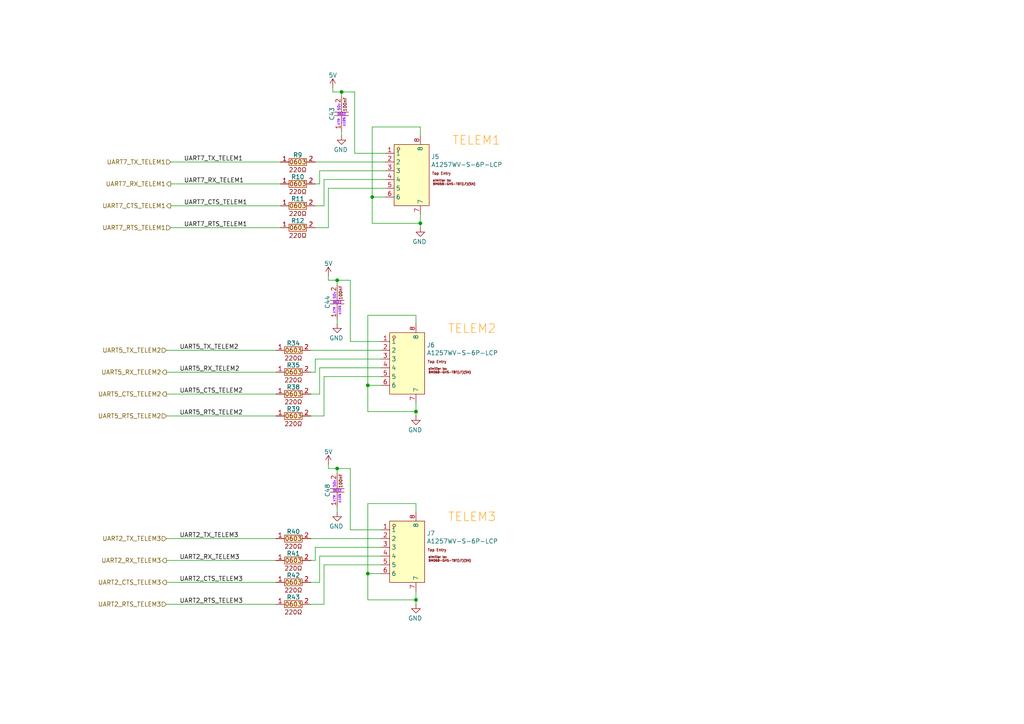
<source format=kicad_sch>
(kicad_sch (version 20250114) (generator "eeschema") (generator_version "9.0")
  (paper "A4")
  (lib_symbols
    (symbol "lampelKicadLIB:0603WAF2200T5E (220ohm  , 0603)"
      (property "Reference" "R" (at 0 2.032 0))
      (symbol "0603WAF2200T5E (220ohm  , 0603)_0_1"
        (rectangle (start -2.54 1.02) (end 2.54 -1.02) (fill (type background)))
        (pin input line (at -5.08 0 0) (length 2.54) (name "") (number "1"))
        (pin input line (at 5.08 0 180) (length 2.54) (name "") (number "2"))
      )
      (symbol "0603WAF2200T5E (220ohm  , 0603)_1_1"
        (text "0603" (at 0 0 0) (effects (font (size 1.27 1.27))))
        (text "220Ω" (at 0 -2.286 0) (effects (font (size 1.27 1.27))))
      )
    )
    (symbol "lampelKicadLIB:A1257WV-S-6P-LCP"
      (property "Reference" "J" (at 8.128 5.334 0))
      (property "Value" "A1257WV-S-6P-LCP" (at 17.272 3.048 0))
      (symbol "A1257WV-S-6P-LCP_0_1"
        (rectangle (start -3.81 8.89) (end 6.35 -8.89) (fill (type background)))
        (circle (center -2.54 7.62) (radius 0.38))
        (pin unspecified line (at -6.35 6.35 0) (length 2.54) (name "1") (number "1"))
        (pin unspecified line (at -6.35 3.81 0) (length 2.54) (name "2") (number "2"))
        (pin unspecified line (at -6.35 1.27 0) (length 2.54) (name "3") (number "3"))
        (pin unspecified line (at -6.35 -1.27 0) (length 2.54) (name "4") (number "4"))
        (pin unspecified line (at -6.35 -3.81 0) (length 2.54) (name "5") (number "5"))
        (pin unspecified line (at -6.35 -6.35 0) (length 2.54) (name "6") (number "6"))
        (pin unspecified line (at 3.81 11.43 270) (length 2.54) (name "8") (number "8"))
        (pin unspecified line (at 3.81 -11.43 90) (length 2.54) (name "7") (number "7"))
      )
      (symbol "A1257WV-S-6P-LCP_1_1"
        (text "Top Entry" (at 7.112 0.508 0) (effects (font (size 0.762 0.762)) (justify left)))
        (text "similiar to:\nBM06B-GHS-TBT(LF)(SN)" (at 7.366 -2.032 0) (effects (font (size 0.635 0.635)) (justify left)))
      )
    )
    (symbol "lampelKicadLIB:CC0603KRX7R9BB104 (100nf , 0603 ,50v ,X7R)"
      (property "Reference" "C" (at 0 2.794 0))
      (symbol "CC0603KRX7R9BB104 (100nf , 0603 ,50v ,X7R)_0_1"
        (polyline (pts (xy -0.51 0) (xy -2.54 0)))
        (polyline (pts (xy -0.51 -2.03) (xy -0.51 2.03)))
        (polyline (pts (xy 0.51 2.03) (xy 0.51 -2.03)))
        (polyline (pts (xy 2.54 0) (xy 0.51 0)))
        (pin unspecified line (at -5.08 0 0) (length 2.54) (name "") (number "1"))
        (pin unspecified line (at 5.08 0 180) (length 2.54) (name "") (number "2"))
      )
      (symbol "CC0603KRX7R9BB104 (100nf , 0603 ,50v ,X7R)_1_1"
        (text "X7R" (at -2.286 0.762 0) (effects (font (size 0.635 0.635))))
        (text "±10%" (at -2.286 -0.762 0) (effects (font (size 0.635 0.635))))
        (text "0603" (at 0 0 900) (effects (font (size 0.635 0.635))))
        (text "50v" (at 2.032 0.762 0) (effects (font (size 0.762 0.762))))
        (text "100nF" (at 2.794 -1.016 0) (effects (font (size 0.889 0.889))))
      )
    )
    (symbol "power:GND" (power) (pin_numbers (hide yes)) (pin_names (offset 0) (hide yes))
      (property "Value" "GND" (at 0 -3.81 0))
      (symbol "GND_0_1"
        (polyline (pts (xy 0 0) (xy 0 -1.27) (xy 1.27 -1.27) (xy 0 -2.54) (xy -1.27 -1.27) (xy 0 -1.27)))
      )
      (symbol "GND_1_1"
        (pin power_in line (at 0 0 270) (length 0) (name "~") (number "1"))
      )
    )
    (symbol "power:VDD" (power) (pin_numbers (hide yes)) (pin_names (offset 0) (hide yes))
      (property "Value" "VDD" (at 0 3.556 0))
      (symbol "VDD_0_1"
        (polyline (pts (xy -0.762 1.27) (xy 0 2.54)))
        (polyline (pts (xy 0 2.54) (xy 0.762 1.27)))
        (polyline (pts (xy 0 0) (xy 0 2.54)))
      )
      (symbol "VDD_1_1"
        (pin power_in line (at 0 0 90) (length 0) (name "~") (number "1"))
      )
    )
  )
  (text "TELEM1" (at 138.176 40.894 0) (effects (font (size 2.54 2.54))))
  (text "TELEM2" (at 136.906 95.504 0) (effects (font (size 2.54 2.54))))
  (text "TELEM3" (at 136.906 150.114 0) (effects (font (size 2.54 2.54))))
  (junction (at 97.79 135.89))
  (junction (at 107.95 57.15))
  (junction (at 106.68 166.37))
  (junction (at 121.92 64.77))
  (junction (at 106.68 111.76))
  (junction (at 99.06 26.67))
  (junction (at 120.65 173.99))
  (junction (at 120.65 119.38))
  (junction (at 97.79 81.28))
  (wire (pts (xy 91.44 158.75) (xy 110.49 158.75)))
  (wire (pts (xy 93.98 120.65) (xy 93.98 109.22)))
  (wire (pts (xy 92.71 49.53) (xy 92.71 53.34)))
  (wire (pts (xy 49.53 59.69) (xy 81.28 59.69)))
  (wire (pts (xy 107.95 57.15) (xy 111.76 57.15)))
  (wire (pts (xy 97.79 147.32) (xy 97.79 148.59)))
  (wire (pts (xy 106.68 166.37) (xy 106.68 173.99)))
  (wire (pts (xy 99.06 26.67) (xy 99.06 27.94)))
  (wire (pts (xy 121.92 39.37) (xy 121.92 36.83)))
  (wire (pts (xy 93.98 52.07) (xy 93.98 59.69)))
  (wire (pts (xy 48.26 101.6) (xy 80.01 101.6)))
  (wire (pts (xy 106.68 91.44) (xy 106.68 111.76)))
  (wire (pts (xy 93.98 175.26) (xy 93.98 163.83)))
  (wire (pts (xy 121.92 64.77) (xy 121.92 66.04)))
  (wire (pts (xy 95.25 81.28) (xy 97.79 81.28)))
  (wire (pts (xy 106.68 146.05) (xy 106.68 166.37)))
  (wire (pts (xy 120.65 119.38) (xy 120.65 120.65)))
  (wire (pts (xy 95.25 134.62) (xy 95.25 135.89)))
  (wire (pts (xy 92.71 49.53) (xy 111.76 49.53)))
  (wire (pts (xy 96.52 26.67) (xy 99.06 26.67)))
  (wire (pts (xy 90.17 101.6) (xy 110.49 101.6)))
  (wire (pts (xy 121.92 36.83) (xy 107.95 36.83)))
  (wire (pts (xy 92.71 161.29) (xy 110.49 161.29)))
  (wire (pts (xy 48.26 107.95) (xy 80.01 107.95)))
  (wire (pts (xy 90.17 114.3) (xy 92.71 114.3)))
  (wire (pts (xy 99.06 38.1) (xy 99.06 39.37)))
  (wire (pts (xy 120.65 173.99) (xy 120.65 175.26)))
  (wire (pts (xy 120.65 148.59) (xy 120.65 146.05)))
  (wire (pts (xy 99.06 26.67) (xy 102.87 26.67)))
  (wire (pts (xy 106.68 111.76) (xy 106.68 119.38)))
  (wire (pts (xy 48.26 120.65) (xy 80.01 120.65)))
  (wire (pts (xy 97.79 135.89) (xy 101.6 135.89)))
  (wire (pts (xy 91.44 158.75) (xy 91.44 162.56)))
  (wire (pts (xy 48.26 162.56) (xy 80.01 162.56)))
  (wire (pts (xy 107.95 64.77) (xy 121.92 64.77)))
  (wire (pts (xy 91.44 104.14) (xy 110.49 104.14)))
  (wire (pts (xy 97.79 81.28) (xy 101.6 81.28)))
  (wire (pts (xy 93.98 109.22) (xy 110.49 109.22)))
  (wire (pts (xy 91.44 46.99) (xy 111.76 46.99)))
  (wire (pts (xy 97.79 92.71) (xy 97.79 93.98)))
  (wire (pts (xy 90.17 168.91) (xy 92.71 168.91)))
  (wire (pts (xy 48.26 168.91) (xy 80.01 168.91)))
  (wire (pts (xy 92.71 53.34) (xy 91.44 53.34)))
  (wire (pts (xy 90.17 175.26) (xy 93.98 175.26)))
  (wire (pts (xy 48.26 114.3) (xy 80.01 114.3)))
  (wire (pts (xy 106.68 111.76) (xy 110.49 111.76)))
  (wire (pts (xy 95.25 135.89) (xy 97.79 135.89)))
  (wire (pts (xy 93.98 52.07) (xy 111.76 52.07)))
  (wire (pts (xy 106.68 119.38) (xy 120.65 119.38)))
  (wire (pts (xy 92.71 106.68) (xy 110.49 106.68)))
  (wire (pts (xy 101.6 135.89) (xy 101.6 153.67)))
  (wire (pts (xy 95.25 66.04) (xy 95.25 54.61)))
  (wire (pts (xy 48.26 156.21) (xy 80.01 156.21)))
  (wire (pts (xy 91.44 59.69) (xy 93.98 59.69)))
  (wire (pts (xy 92.71 161.29) (xy 92.71 168.91)))
  (wire (pts (xy 97.79 135.89) (xy 97.79 137.16)))
  (wire (pts (xy 101.6 99.06) (xy 110.49 99.06)))
  (wire (pts (xy 102.87 26.67) (xy 102.87 44.45)))
  (wire (pts (xy 106.68 173.99) (xy 120.65 173.99)))
  (wire (pts (xy 101.6 153.67) (xy 110.49 153.67)))
  (wire (pts (xy 49.53 46.99) (xy 81.28 46.99)))
  (wire (pts (xy 91.44 66.04) (xy 95.25 66.04)))
  (wire (pts (xy 120.65 93.98) (xy 120.65 91.44)))
  (wire (pts (xy 107.95 57.15) (xy 107.95 64.77)))
  (wire (pts (xy 121.92 62.23) (xy 121.92 64.77)))
  (wire (pts (xy 106.68 166.37) (xy 110.49 166.37)))
  (wire (pts (xy 102.87 44.45) (xy 111.76 44.45)))
  (wire (pts (xy 90.17 156.21) (xy 110.49 156.21)))
  (wire (pts (xy 91.44 104.14) (xy 91.44 107.95)))
  (wire (pts (xy 90.17 120.65) (xy 93.98 120.65)))
  (wire (pts (xy 92.71 106.68) (xy 92.71 114.3)))
  (wire (pts (xy 91.44 107.95) (xy 90.17 107.95)))
  (wire (pts (xy 49.53 66.04) (xy 81.28 66.04)))
  (wire (pts (xy 49.53 53.34) (xy 81.28 53.34)))
  (wire (pts (xy 120.65 116.84) (xy 120.65 119.38)))
  (wire (pts (xy 120.65 146.05) (xy 106.68 146.05)))
  (wire (pts (xy 101.6 81.28) (xy 101.6 99.06)))
  (wire (pts (xy 120.65 171.45) (xy 120.65 173.99)))
  (wire (pts (xy 95.25 54.61) (xy 111.76 54.61)))
  (wire (pts (xy 96.52 25.4) (xy 96.52 26.67)))
  (wire (pts (xy 48.26 175.26) (xy 80.01 175.26)))
  (wire (pts (xy 95.25 80.01) (xy 95.25 81.28)))
  (wire (pts (xy 120.65 91.44) (xy 106.68 91.44)))
  (wire (pts (xy 107.95 36.83) (xy 107.95 57.15)))
  (wire (pts (xy 91.44 162.56) (xy 90.17 162.56)))
  (wire (pts (xy 97.79 81.28) (xy 97.79 82.55)))
  (wire (pts (xy 93.98 163.83) (xy 110.49 163.83)))
  (label "UART5_TX_TELEM2" (at 52.07 101.6 0))
  (label "UART2_RTS_TELEM3" (at 52.07 175.26 0))
  (label "UART7_CTS_TELEM1" (at 53.34 59.69 0))
  (label "UART7_TX_TELEM1" (at 53.34 46.99 0))
  (label "UART7_RTS_TELEM1" (at 53.34 66.04 0))
  (label "UART5_CTS_TELEM2" (at 52.07 114.3 0))
  (label "UART5_RX_TELEM2" (at 52.07 107.95 0))
  (label "UART2_RX_TELEM3" (at 52.07 162.56 0))
  (label "UART2_CTS_TELEM3" (at 52.07 168.91 0))
  (label "UART7_RX_TELEM1" (at 53.34 53.34 0))
  (label "UART2_TX_TELEM3" (at 52.07 156.21 0))
  (label "UART5_RTS_TELEM2" (at 52.07 120.65 0))
  (hierarchical_label "UART2_RTS_TELEM3" (shape input) (at 48.26 175.26 180))
  (hierarchical_label "UART7_RX_TELEM1" (shape output) (at 49.53 53.34 180))
  (hierarchical_label "UART5_TX_TELEM2" (shape input) (at 48.26 101.6 180))
  (hierarchical_label "UART5_RX_TELEM2" (shape output) (at 48.26 107.95 180))
  (hierarchical_label "UART2_TX_TELEM3" (shape input) (at 48.26 156.21 180))
  (hierarchical_label "UART2_CTS_TELEM3" (shape output) (at 48.26 168.91 180))
  (hierarchical_label "UART5_CTS_TELEM2" (shape output) (at 48.26 114.3 180))
  (hierarchical_label "UART7_TX_TELEM1" (shape input) (at 49.53 46.99 180))
  (hierarchical_label "UART7_CTS_TELEM1" (shape output) (at 49.53 59.69 180))
  (hierarchical_label "UART7_RTS_TELEM1" (shape input) (at 49.53 66.04 180))
  (hierarchical_label "UART2_RX_TELEM3" (shape output) (at 48.26 162.56 180))
  (hierarchical_label "UART5_RTS_TELEM2" (shape input) (at 48.26 120.65 180))
  (symbol (lib_id "lampelKicadLIB:0603WAF2200T5E (220ohm  , 0603)") (at 85.09 168.91 0) (unit 1)
    (property "Reference" "R42" (at 85.09 166.878 0))
    (property "Value" "0603WAF2200T5E (220ohm  , 0603)" (effects (hide yes)))
    (property "Footprint" "easyeda2kicad:R0603" (effects (hide yes)))
    (property "Datasheet" "https://lcsc.com/product-detail/Chip-Resistor-Surface-Mount-UniOhm_220R-2200-1_C22962.html" (effects (hide yes)))
    (property "Description" "220Ω ±1% 100mW 0603 Thick Film Resistor" (effects (hide yes)))
    (property "LCSC Part" "C22962" (effects (hide yes)))
  )
  (symbol (lib_id "power:VDD") (at 95.25 134.62 0) (mirror y) (unit 1)
    (property "Reference" "#PWR0110" (effects (hide yes)))
    (property "Value" "5V" (at 95.25 131.064 0))
    (property "Description" "Power symbol creates a global label with name \"VDD\"" (effects (hide yes)))
  )
  (symbol (lib_id "lampelKicadLIB:0603WAF2200T5E (220ohm  , 0603)") (at 85.09 175.26 0) (unit 1)
    (property "Reference" "R43" (at 85.09 173.228 0))
    (property "Value" "0603WAF2200T5E (220ohm  , 0603)" (effects (hide yes)))
    (property "Footprint" "easyeda2kicad:R0603" (effects (hide yes)))
    (property "Datasheet" "https://lcsc.com/product-detail/Chip-Resistor-Surface-Mount-UniOhm_220R-2200-1_C22962.html" (effects (hide yes)))
    (property "Description" "220Ω ±1% 100mW 0603 Thick Film Resistor" (effects (hide yes)))
    (property "LCSC Part" "C22962" (effects (hide yes)))
  )
  (symbol (lib_id "lampelKicadLIB:0603WAF2200T5E (220ohm  , 0603)") (at 85.09 114.3 0) (unit 1)
    (property "Reference" "R38" (at 85.09 112.268 0))
    (property "Value" "0603WAF2200T5E (220ohm  , 0603)" (effects (hide yes)))
    (property "Footprint" "easyeda2kicad:R0603" (effects (hide yes)))
    (property "Datasheet" "https://lcsc.com/product-detail/Chip-Resistor-Surface-Mount-UniOhm_220R-2200-1_C22962.html" (effects (hide yes)))
    (property "Description" "220Ω ±1% 100mW 0603 Thick Film Resistor" (effects (hide yes)))
    (property "LCSC Part" "C22962" (effects (hide yes)))
  )
  (symbol (lib_id "lampelKicadLIB:0603WAF2200T5E (220ohm  , 0603)") (at 85.09 156.21 0) (unit 1)
    (property "Reference" "R40" (at 85.09 154.178 0))
    (property "Value" "0603WAF2200T5E (220ohm  , 0603)" (effects (hide yes)))
    (property "Footprint" "easyeda2kicad:R0603" (effects (hide yes)))
    (property "Datasheet" "https://lcsc.com/product-detail/Chip-Resistor-Surface-Mount-UniOhm_220R-2200-1_C22962.html" (effects (hide yes)))
    (property "Description" "220Ω ±1% 100mW 0603 Thick Film Resistor" (effects (hide yes)))
    (property "LCSC Part" "C22962" (effects (hide yes)))
  )
  (symbol (lib_id "lampelKicadLIB:A1257WV-S-6P-LCP") (at 116.84 105.41 0) (unit 1)
    (property "Reference" "J6" (at 124.968 100.076 0))
    (property "Value" "A1257WV-S-6P-LCP" (at 134.112 102.362 0))
    (property "Footprint" "easyeda2kicad:CONN-SMD_A1257WV-S-6P" (effects (hide yes)))
    (property "Datasheet" "https://lcsc.com/product-detail/Connectors_Changjiang-Connectors-A1257WV-S-6P_C225122.html" (effects (hide yes)))
    (property "Description" "Connector Header 6 position 1.25mm Pitch" (effects (hide yes)))
    (property "LCSC Part" "C225122" (effects (hide yes)))
  )
  (symbol (lib_id "lampelKicadLIB:A1257WV-S-6P-LCP") (at 118.11 50.8 0) (unit 1)
    (property "Reference" "J5" (at 126.238 45.466 0))
    (property "Value" "A1257WV-S-6P-LCP" (at 135.382 47.752 0))
    (property "Footprint" "easyeda2kicad:CONN-SMD_A1257WV-S-6P" (effects (hide yes)))
    (property "Datasheet" "https://lcsc.com/product-detail/Connectors_Changjiang-Connectors-A1257WV-S-6P_C225122.html" (effects (hide yes)))
    (property "Description" "Connector Header 6 position 1.25mm Pitch" (effects (hide yes)))
    (property "LCSC Part" "C225122" (effects (hide yes)))
  )
  (symbol (lib_id "power:VDD") (at 95.25 80.01 0) (mirror y) (unit 1)
    (property "Reference" "#PWR0109" (effects (hide yes)))
    (property "Value" "5V" (at 95.25 76.454 0))
    (property "Description" "Power symbol creates a global label with name \"VDD\"" (effects (hide yes)))
  )
  (symbol (lib_id "lampelKicadLIB:A1257WV-S-6P-LCP") (at 116.84 160.02 0) (unit 1)
    (property "Reference" "J7" (at 124.968 154.686 0))
    (property "Value" "A1257WV-S-6P-LCP" (at 134.112 156.972 0))
    (property "Footprint" "easyeda2kicad:CONN-SMD_A1257WV-S-6P" (effects (hide yes)))
    (property "Datasheet" "https://lcsc.com/product-detail/Connectors_Changjiang-Connectors-A1257WV-S-6P_C225122.html" (effects (hide yes)))
    (property "Description" "Connector Header 6 position 1.25mm Pitch" (effects (hide yes)))
    (property "LCSC Part" "C225122" (effects (hide yes)))
  )
  (symbol (lib_id "lampelKicadLIB:CC0603KRX7R9BB104 (100nf , 0603 ,50v ,X7R)") (at 97.79 142.24 90) (unit 1)
    (property "Reference" "C48" (at 94.996 142.24 0))
    (property "Value" "CC0603KRX7R9BB104 (100nf , 0603 ,50v ,X7R)" (effects (hide yes)))
    (property "Footprint" "easyeda2kicad:C0603" (effects (hide yes)))
    (property "Datasheet" "https://lcsc.com/product-detail/Multilayer-Ceramic-Capacitors-MLCC-SMD-SMT_100nF-104-10-50V_C14663.html" (effects (hide yes)))
    (property "Description" "100nF ±10% 50V Ceramic Capacitor X7R 0603" (effects (hide yes)))
    (property "LCSC Part" "C14663" (effects (hide yes)))
  )
  (symbol (lib_id "lampelKicadLIB:0603WAF2200T5E (220ohm  , 0603)") (at 85.09 162.56 0) (unit 1)
    (property "Reference" "R41" (at 85.09 160.528 0))
    (property "Value" "0603WAF2200T5E (220ohm  , 0603)" (effects (hide yes)))
    (property "Footprint" "easyeda2kicad:R0603" (effects (hide yes)))
    (property "Datasheet" "https://lcsc.com/product-detail/Chip-Resistor-Surface-Mount-UniOhm_220R-2200-1_C22962.html" (effects (hide yes)))
    (property "Description" "220Ω ±1% 100mW 0603 Thick Film Resistor" (effects (hide yes)))
    (property "LCSC Part" "C22962" (effects (hide yes)))
  )
  (symbol (lib_id "lampelKicadLIB:0603WAF2200T5E (220ohm  , 0603)") (at 86.36 66.04 0) (unit 1)
    (property "Reference" "R12" (at 86.36 64.008 0))
    (property "Value" "0603WAF2200T5E (220ohm  , 0603)" (effects (hide yes)))
    (property "Footprint" "easyeda2kicad:R0603" (effects (hide yes)))
    (property "Datasheet" "https://lcsc.com/product-detail/Chip-Resistor-Surface-Mount-UniOhm_220R-2200-1_C22962.html" (effects (hide yes)))
    (property "Description" "220Ω ±1% 100mW 0603 Thick Film Resistor" (effects (hide yes)))
    (property "LCSC Part" "C22962" (effects (hide yes)))
  )
  (symbol (lib_id "power:GND") (at 97.79 148.59 0) (mirror y) (unit 1)
    (property "Reference" "#PWR0115" (effects (hide yes)))
    (property "Value" "GND" (at 97.536 152.654 0))
    (property "Description" "Power symbol creates a global label with name \"GND\" , ground" (effects (hide yes)))
  )
  (symbol (lib_id "lampelKicadLIB:CC0603KRX7R9BB104 (100nf , 0603 ,50v ,X7R)") (at 99.06 33.02 90) (unit 1)
    (property "Reference" "C43" (at 96.266 33.02 0))
    (property "Value" "CC0603KRX7R9BB104 (100nf , 0603 ,50v ,X7R)" (effects (hide yes)))
    (property "Footprint" "easyeda2kicad:C0603" (effects (hide yes)))
    (property "Datasheet" "https://lcsc.com/product-detail/Multilayer-Ceramic-Capacitors-MLCC-SMD-SMT_100nF-104-10-50V_C14663.html" (effects (hide yes)))
    (property "Description" "100nF ±10% 50V Ceramic Capacitor X7R 0603" (effects (hide yes)))
    (property "LCSC Part" "C14663" (effects (hide yes)))
  )
  (symbol (lib_id "lampelKicadLIB:0603WAF2200T5E (220ohm  , 0603)") (at 86.36 46.99 0) (unit 1)
    (property "Reference" "R9" (at 86.36 44.958 0))
    (property "Value" "0603WAF2200T5E (220ohm  , 0603)" (effects (hide yes)))
    (property "Footprint" "easyeda2kicad:R0603" (effects (hide yes)))
    (property "Datasheet" "https://lcsc.com/product-detail/Chip-Resistor-Surface-Mount-UniOhm_220R-2200-1_C22962.html" (effects (hide yes)))
    (property "Description" "220Ω ±1% 100mW 0603 Thick Film Resistor" (effects (hide yes)))
    (property "LCSC Part" "C22962" (effects (hide yes)))
  )
  (symbol (lib_id "lampelKicadLIB:0603WAF2200T5E (220ohm  , 0603)") (at 85.09 120.65 0) (unit 1)
    (property "Reference" "R39" (at 85.09 118.618 0))
    (property "Value" "0603WAF2200T5E (220ohm  , 0603)" (effects (hide yes)))
    (property "Footprint" "easyeda2kicad:R0603" (effects (hide yes)))
    (property "Datasheet" "https://lcsc.com/product-detail/Chip-Resistor-Surface-Mount-UniOhm_220R-2200-1_C22962.html" (effects (hide yes)))
    (property "Description" "220Ω ±1% 100mW 0603 Thick Film Resistor" (effects (hide yes)))
    (property "LCSC Part" "C22962" (effects (hide yes)))
  )
  (symbol (lib_id "lampelKicadLIB:0603WAF2200T5E (220ohm  , 0603)") (at 85.09 101.6 0) (unit 1)
    (property "Reference" "R34" (at 85.09 99.568 0))
    (property "Value" "0603WAF2200T5E (220ohm  , 0603)" (effects (hide yes)))
    (property "Footprint" "easyeda2kicad:R0603" (effects (hide yes)))
    (property "Datasheet" "https://lcsc.com/product-detail/Chip-Resistor-Surface-Mount-UniOhm_220R-2200-1_C22962.html" (effects (hide yes)))
    (property "Description" "220Ω ±1% 100mW 0603 Thick Film Resistor" (effects (hide yes)))
    (property "LCSC Part" "C22962" (effects (hide yes)))
  )
  (symbol (lib_id "power:GND") (at 120.65 175.26 0) (mirror y) (unit 1)
    (property "Reference" "#PWR0116" (effects (hide yes)))
    (property "Value" "GND" (at 120.396 179.324 0))
    (property "Description" "Power symbol creates a global label with name \"GND\" , ground" (effects (hide yes)))
  )
  (symbol (lib_id "power:GND") (at 97.79 93.98 0) (mirror y) (unit 1)
    (property "Reference" "#PWR0113" (effects (hide yes)))
    (property "Value" "GND" (at 97.536 98.044 0))
    (property "Description" "Power symbol creates a global label with name \"GND\" , ground" (effects (hide yes)))
  )
  (symbol (lib_id "lampelKicadLIB:0603WAF2200T5E (220ohm  , 0603)") (at 86.36 53.34 0) (unit 1)
    (property "Reference" "R10" (at 86.36 51.308 0))
    (property "Value" "0603WAF2200T5E (220ohm  , 0603)" (effects (hide yes)))
    (property "Footprint" "easyeda2kicad:R0603" (effects (hide yes)))
    (property "Datasheet" "https://lcsc.com/product-detail/Chip-Resistor-Surface-Mount-UniOhm_220R-2200-1_C22962.html" (effects (hide yes)))
    (property "Description" "220Ω ±1% 100mW 0603 Thick Film Resistor" (effects (hide yes)))
    (property "LCSC Part" "C22962" (effects (hide yes)))
  )
  (symbol (lib_id "lampelKicadLIB:CC0603KRX7R9BB104 (100nf , 0603 ,50v ,X7R)") (at 97.79 87.63 90) (unit 1)
    (property "Reference" "C44" (at 94.996 87.63 0))
    (property "Value" "CC0603KRX7R9BB104 (100nf , 0603 ,50v ,X7R)" (effects (hide yes)))
    (property "Footprint" "easyeda2kicad:C0603" (effects (hide yes)))
    (property "Datasheet" "https://lcsc.com/product-detail/Multilayer-Ceramic-Capacitors-MLCC-SMD-SMT_100nF-104-10-50V_C14663.html" (effects (hide yes)))
    (property "Description" "100nF ±10% 50V Ceramic Capacitor X7R 0603" (effects (hide yes)))
    (property "LCSC Part" "C14663" (effects (hide yes)))
  )
  (symbol (lib_id "lampelKicadLIB:0603WAF2200T5E (220ohm  , 0603)") (at 86.36 59.69 0) (unit 1)
    (property "Reference" "R11" (at 86.36 57.658 0))
    (property "Value" "0603WAF2200T5E (220ohm  , 0603)" (effects (hide yes)))
    (property "Footprint" "easyeda2kicad:R0603" (effects (hide yes)))
    (property "Datasheet" "https://lcsc.com/product-detail/Chip-Resistor-Surface-Mount-UniOhm_220R-2200-1_C22962.html" (effects (hide yes)))
    (property "Description" "220Ω ±1% 100mW 0603 Thick Film Resistor" (effects (hide yes)))
    (property "LCSC Part" "C22962" (effects (hide yes)))
  )
  (symbol (lib_id "power:GND") (at 120.65 120.65 0) (mirror y) (unit 1)
    (property "Reference" "#PWR0114" (effects (hide yes)))
    (property "Value" "GND" (at 120.396 124.714 0))
    (property "Description" "Power symbol creates a global label with name \"GND\" , ground" (effects (hide yes)))
  )
  (symbol (lib_id "lampelKicadLIB:0603WAF2200T5E (220ohm  , 0603)") (at 85.09 107.95 0) (unit 1)
    (property "Reference" "R35" (at 85.09 105.918 0))
    (property "Value" "0603WAF2200T5E (220ohm  , 0603)" (effects (hide yes)))
    (property "Footprint" "easyeda2kicad:R0603" (effects (hide yes)))
    (property "Datasheet" "https://lcsc.com/product-detail/Chip-Resistor-Surface-Mount-UniOhm_220R-2200-1_C22962.html" (effects (hide yes)))
    (property "Description" "220Ω ±1% 100mW 0603 Thick Film Resistor" (effects (hide yes)))
    (property "LCSC Part" "C22962" (effects (hide yes)))
  )
  (symbol (lib_id "power:GND") (at 99.06 39.37 0) (mirror y) (unit 1)
    (property "Reference" "#PWR0111" (effects (hide yes)))
    (property "Value" "GND" (at 98.806 43.434 0))
    (property "Description" "Power symbol creates a global label with name \"GND\" , ground" (effects (hide yes)))
  )
  (symbol (lib_id "power:VDD") (at 96.52 25.4 0) (mirror y) (unit 1)
    (property "Reference" "#PWR077" (effects (hide yes)))
    (property "Value" "5V" (at 96.52 21.844 0))
    (property "Description" "Power symbol creates a global label with name \"VDD\"" (effects (hide yes)))
  )
  (symbol (lib_id "power:GND") (at 121.92 66.04 0) (mirror y) (unit 1)
    (property "Reference" "#PWR0112" (effects (hide yes)))
    (property "Value" "GND" (at 121.666 70.104 0))
    (property "Description" "Power symbol creates a global label with name \"GND\" , ground" (effects (hide yes)))
  )
)
</source>
